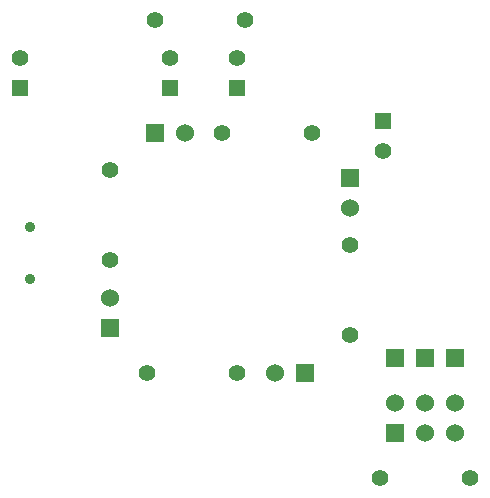
<source format=gbs>
G04 (created by PCBNEW (2013-07-07 BZR 4022)-stable) date 12/10/2014 10:11:42 PM*
%MOIN*%
G04 Gerber Fmt 3.4, Leading zero omitted, Abs format*
%FSLAX34Y34*%
G01*
G70*
G90*
G04 APERTURE LIST*
%ADD10C,0.00590551*%
%ADD11C,0.0354*%
%ADD12C,0.055*%
%ADD13R,0.06X0.06*%
%ADD14C,0.06*%
%ADD15R,0.055X0.055*%
G04 APERTURE END LIST*
G54D10*
G54D11*
X71835Y-50634D03*
X71835Y-52366D03*
G54D12*
X78750Y-55500D03*
X75750Y-55500D03*
X82500Y-51250D03*
X82500Y-54250D03*
X78250Y-47500D03*
X81250Y-47500D03*
X74500Y-51750D03*
X74500Y-48750D03*
X83500Y-59000D03*
X86500Y-59000D03*
X76000Y-43750D03*
X79000Y-43750D03*
G54D13*
X84000Y-57500D03*
G54D14*
X84000Y-56500D03*
X85000Y-57500D03*
X85000Y-56500D03*
X86000Y-57500D03*
X86000Y-56500D03*
G54D13*
X82500Y-49000D03*
G54D14*
X82500Y-50000D03*
G54D13*
X76000Y-47500D03*
G54D14*
X77000Y-47500D03*
G54D13*
X74500Y-54000D03*
G54D14*
X74500Y-53000D03*
G54D13*
X81000Y-55500D03*
G54D14*
X80000Y-55500D03*
G54D13*
X85000Y-55000D03*
X86000Y-55000D03*
X84000Y-55000D03*
G54D15*
X78750Y-46000D03*
G54D12*
X78750Y-45000D03*
G54D15*
X76500Y-46000D03*
G54D12*
X76500Y-45000D03*
G54D15*
X71500Y-46000D03*
G54D12*
X71500Y-45000D03*
G54D15*
X83600Y-47100D03*
G54D12*
X83600Y-48100D03*
M02*

</source>
